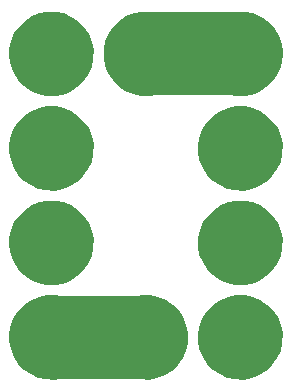
<source format=gbs>
%TF.GenerationSoftware,KiCad,Pcbnew,4.0.5-e0-6337~49~ubuntu16.04.1*%
%TF.CreationDate,2017-04-21T18:18:13-07:00*%
%TF.ProjectId,3x4-555-Timer-8SOIC-Breakout,3378342D3535352D54696D65722D3853,1.0*%
%TF.FileFunction,Soldermask,Bot*%
%FSLAX46Y46*%
G04 Gerber Fmt 4.6, Leading zero omitted, Abs format (unit mm)*
G04 Created by KiCad (PCBNEW 4.0.5-e0-6337~49~ubuntu16.04.1) date Fri Apr 21 18:18:13 2017*
%MOMM*%
%LPD*%
G01*
G04 APERTURE LIST*
%ADD10C,0.350000*%
%ADD11C,7.000000*%
G04 APERTURE END LIST*
D10*
D11*
X18531300Y-88709500D02*
X26531300Y-88709500D01*
X26608500Y-64630300D02*
X34608500Y-64630300D01*
D10*
G36*
X26906927Y-85135679D02*
X27593925Y-85276700D01*
X28240461Y-85548479D01*
X28821889Y-85940657D01*
X29316069Y-86438299D01*
X29704177Y-87022449D01*
X29971433Y-87670860D01*
X30107586Y-88358486D01*
X30107586Y-88358491D01*
X30107654Y-88358835D01*
X30096468Y-89159885D01*
X30096392Y-89160219D01*
X30096392Y-89160232D01*
X29941091Y-89843790D01*
X29655837Y-90484482D01*
X29251566Y-91057570D01*
X28743683Y-91541222D01*
X28151530Y-91917014D01*
X27497665Y-92170631D01*
X26806992Y-92292416D01*
X26105815Y-92277727D01*
X25420844Y-92127127D01*
X24778171Y-91846350D01*
X24202279Y-91446094D01*
X23715094Y-90941600D01*
X23335178Y-90352084D01*
X23076999Y-89700000D01*
X22950397Y-89010199D01*
X22960188Y-88308937D01*
X23106004Y-87622931D01*
X23382285Y-86978316D01*
X23778515Y-86399638D01*
X24279594Y-85908945D01*
X24866443Y-85524922D01*
X25516705Y-85262198D01*
X26205609Y-85130784D01*
X26906927Y-85135679D01*
X26906927Y-85135679D01*
G37*
G36*
X34906927Y-85135679D02*
X35593925Y-85276700D01*
X36240461Y-85548479D01*
X36821889Y-85940657D01*
X37316069Y-86438299D01*
X37704177Y-87022449D01*
X37971433Y-87670860D01*
X38107586Y-88358486D01*
X38107586Y-88358491D01*
X38107654Y-88358835D01*
X38096468Y-89159885D01*
X38096392Y-89160219D01*
X38096392Y-89160232D01*
X37941091Y-89843790D01*
X37655837Y-90484482D01*
X37251566Y-91057570D01*
X36743683Y-91541222D01*
X36151530Y-91917014D01*
X35497665Y-92170631D01*
X34806992Y-92292416D01*
X34105815Y-92277727D01*
X33420844Y-92127127D01*
X32778171Y-91846350D01*
X32202279Y-91446094D01*
X31715094Y-90941600D01*
X31335178Y-90352084D01*
X31076999Y-89700000D01*
X30950397Y-89010199D01*
X30960188Y-88308937D01*
X31106004Y-87622931D01*
X31382285Y-86978316D01*
X31778515Y-86399638D01*
X32279594Y-85908945D01*
X32866443Y-85524922D01*
X33516705Y-85262198D01*
X34205609Y-85130784D01*
X34906927Y-85135679D01*
X34906927Y-85135679D01*
G37*
G36*
X18906927Y-85135679D02*
X19593925Y-85276700D01*
X20240461Y-85548479D01*
X20821889Y-85940657D01*
X21316069Y-86438299D01*
X21704177Y-87022449D01*
X21971433Y-87670860D01*
X22107586Y-88358486D01*
X22107586Y-88358491D01*
X22107654Y-88358835D01*
X22096468Y-89159885D01*
X22096392Y-89160219D01*
X22096392Y-89160232D01*
X21941091Y-89843790D01*
X21655837Y-90484482D01*
X21251566Y-91057570D01*
X20743683Y-91541222D01*
X20151530Y-91917014D01*
X19497665Y-92170631D01*
X18806992Y-92292416D01*
X18105815Y-92277727D01*
X17420844Y-92127127D01*
X16778171Y-91846350D01*
X16202279Y-91446094D01*
X15715094Y-90941600D01*
X15335178Y-90352084D01*
X15076999Y-89700000D01*
X14950397Y-89010199D01*
X14960188Y-88308937D01*
X15106004Y-87622931D01*
X15382285Y-86978316D01*
X15778515Y-86399638D01*
X16279594Y-85908945D01*
X16866443Y-85524922D01*
X17516705Y-85262198D01*
X18205609Y-85130784D01*
X18906927Y-85135679D01*
X18906927Y-85135679D01*
G37*
G36*
X34906927Y-77135679D02*
X35593925Y-77276700D01*
X36240461Y-77548479D01*
X36821889Y-77940657D01*
X37316069Y-78438299D01*
X37704177Y-79022449D01*
X37971433Y-79670860D01*
X38107586Y-80358486D01*
X38107586Y-80358491D01*
X38107654Y-80358835D01*
X38096468Y-81159885D01*
X38096392Y-81160219D01*
X38096392Y-81160232D01*
X37941091Y-81843790D01*
X37655837Y-82484482D01*
X37251566Y-83057570D01*
X36743683Y-83541222D01*
X36151530Y-83917014D01*
X35497665Y-84170631D01*
X34806992Y-84292416D01*
X34105815Y-84277727D01*
X33420844Y-84127127D01*
X32778171Y-83846350D01*
X32202279Y-83446094D01*
X31715094Y-82941600D01*
X31335178Y-82352084D01*
X31076999Y-81700000D01*
X30950397Y-81010199D01*
X30960188Y-80308937D01*
X31106004Y-79622931D01*
X31382285Y-78978316D01*
X31778515Y-78399638D01*
X32279594Y-77908945D01*
X32866443Y-77524922D01*
X33516705Y-77262198D01*
X34205609Y-77130784D01*
X34906927Y-77135679D01*
X34906927Y-77135679D01*
G37*
G36*
X18906927Y-77135679D02*
X19593925Y-77276700D01*
X20240461Y-77548479D01*
X20821889Y-77940657D01*
X21316069Y-78438299D01*
X21704177Y-79022449D01*
X21971433Y-79670860D01*
X22107586Y-80358486D01*
X22107586Y-80358491D01*
X22107654Y-80358835D01*
X22096468Y-81159885D01*
X22096392Y-81160219D01*
X22096392Y-81160232D01*
X21941091Y-81843790D01*
X21655837Y-82484482D01*
X21251566Y-83057570D01*
X20743683Y-83541222D01*
X20151530Y-83917014D01*
X19497665Y-84170631D01*
X18806992Y-84292416D01*
X18105815Y-84277727D01*
X17420844Y-84127127D01*
X16778171Y-83846350D01*
X16202279Y-83446094D01*
X15715094Y-82941600D01*
X15335178Y-82352084D01*
X15076999Y-81700000D01*
X14950397Y-81010199D01*
X14960188Y-80308937D01*
X15106004Y-79622931D01*
X15382285Y-78978316D01*
X15778515Y-78399638D01*
X16279594Y-77908945D01*
X16866443Y-77524922D01*
X17516705Y-77262198D01*
X18205609Y-77130784D01*
X18906927Y-77135679D01*
X18906927Y-77135679D01*
G37*
G36*
X34906927Y-69135679D02*
X35593925Y-69276700D01*
X36240461Y-69548479D01*
X36821889Y-69940657D01*
X37316069Y-70438299D01*
X37704177Y-71022449D01*
X37971433Y-71670860D01*
X38107586Y-72358486D01*
X38107586Y-72358491D01*
X38107654Y-72358835D01*
X38096468Y-73159885D01*
X38096392Y-73160219D01*
X38096392Y-73160232D01*
X37941091Y-73843790D01*
X37655837Y-74484482D01*
X37251566Y-75057570D01*
X36743683Y-75541222D01*
X36151530Y-75917014D01*
X35497665Y-76170631D01*
X34806992Y-76292416D01*
X34105815Y-76277727D01*
X33420844Y-76127127D01*
X32778171Y-75846350D01*
X32202279Y-75446094D01*
X31715094Y-74941600D01*
X31335178Y-74352084D01*
X31076999Y-73700000D01*
X30950397Y-73010199D01*
X30960188Y-72308937D01*
X31106004Y-71622931D01*
X31382285Y-70978316D01*
X31778515Y-70399638D01*
X32279594Y-69908945D01*
X32866443Y-69524922D01*
X33516705Y-69262198D01*
X34205609Y-69130784D01*
X34906927Y-69135679D01*
X34906927Y-69135679D01*
G37*
G36*
X18906927Y-69135679D02*
X19593925Y-69276700D01*
X20240461Y-69548479D01*
X20821889Y-69940657D01*
X21316069Y-70438299D01*
X21704177Y-71022449D01*
X21971433Y-71670860D01*
X22107586Y-72358486D01*
X22107586Y-72358491D01*
X22107654Y-72358835D01*
X22096468Y-73159885D01*
X22096392Y-73160219D01*
X22096392Y-73160232D01*
X21941091Y-73843790D01*
X21655837Y-74484482D01*
X21251566Y-75057570D01*
X20743683Y-75541222D01*
X20151530Y-75917014D01*
X19497665Y-76170631D01*
X18806992Y-76292416D01*
X18105815Y-76277727D01*
X17420844Y-76127127D01*
X16778171Y-75846350D01*
X16202279Y-75446094D01*
X15715094Y-74941600D01*
X15335178Y-74352084D01*
X15076999Y-73700000D01*
X14950397Y-73010199D01*
X14960188Y-72308937D01*
X15106004Y-71622931D01*
X15382285Y-70978316D01*
X15778515Y-70399638D01*
X16279594Y-69908945D01*
X16866443Y-69524922D01*
X17516705Y-69262198D01*
X18205609Y-69130784D01*
X18906927Y-69135679D01*
X18906927Y-69135679D01*
G37*
G36*
X18906927Y-61135679D02*
X19593925Y-61276700D01*
X20240461Y-61548479D01*
X20821889Y-61940657D01*
X21316069Y-62438299D01*
X21704177Y-63022449D01*
X21971433Y-63670860D01*
X22107586Y-64358486D01*
X22107586Y-64358491D01*
X22107654Y-64358835D01*
X22096468Y-65159885D01*
X22096392Y-65160219D01*
X22096392Y-65160232D01*
X21941091Y-65843790D01*
X21655837Y-66484482D01*
X21251566Y-67057570D01*
X20743683Y-67541222D01*
X20151530Y-67917014D01*
X19497665Y-68170631D01*
X18806992Y-68292416D01*
X18105815Y-68277727D01*
X17420844Y-68127127D01*
X16778171Y-67846350D01*
X16202279Y-67446094D01*
X15715094Y-66941600D01*
X15335178Y-66352084D01*
X15076999Y-65700000D01*
X14950397Y-65010199D01*
X14960188Y-64308937D01*
X15106004Y-63622931D01*
X15382285Y-62978316D01*
X15778515Y-62399638D01*
X16279594Y-61908945D01*
X16866443Y-61524922D01*
X17516705Y-61262198D01*
X18205609Y-61130784D01*
X18906927Y-61135679D01*
X18906927Y-61135679D01*
G37*
G36*
X26906927Y-61135679D02*
X27593925Y-61276700D01*
X28240461Y-61548479D01*
X28821889Y-61940657D01*
X29316069Y-62438299D01*
X29704177Y-63022449D01*
X29971433Y-63670860D01*
X30107586Y-64358486D01*
X30107586Y-64358491D01*
X30107654Y-64358835D01*
X30096468Y-65159885D01*
X30096392Y-65160219D01*
X30096392Y-65160232D01*
X29941091Y-65843790D01*
X29655837Y-66484482D01*
X29251566Y-67057570D01*
X28743683Y-67541222D01*
X28151530Y-67917014D01*
X27497665Y-68170631D01*
X26806992Y-68292416D01*
X26105815Y-68277727D01*
X25420844Y-68127127D01*
X24778171Y-67846350D01*
X24202279Y-67446094D01*
X23715094Y-66941600D01*
X23335178Y-66352084D01*
X23076999Y-65700000D01*
X22950397Y-65010199D01*
X22960188Y-64308937D01*
X23106004Y-63622931D01*
X23382285Y-62978316D01*
X23778515Y-62399638D01*
X24279594Y-61908945D01*
X24866443Y-61524922D01*
X25516705Y-61262198D01*
X26205609Y-61130784D01*
X26906927Y-61135679D01*
X26906927Y-61135679D01*
G37*
G36*
X34906927Y-61135679D02*
X35593925Y-61276700D01*
X36240461Y-61548479D01*
X36821889Y-61940657D01*
X37316069Y-62438299D01*
X37704177Y-63022449D01*
X37971433Y-63670860D01*
X38107586Y-64358486D01*
X38107586Y-64358491D01*
X38107654Y-64358835D01*
X38096468Y-65159885D01*
X38096392Y-65160219D01*
X38096392Y-65160232D01*
X37941091Y-65843790D01*
X37655837Y-66484482D01*
X37251566Y-67057570D01*
X36743683Y-67541222D01*
X36151530Y-67917014D01*
X35497665Y-68170631D01*
X34806992Y-68292416D01*
X34105815Y-68277727D01*
X33420844Y-68127127D01*
X32778171Y-67846350D01*
X32202279Y-67446094D01*
X31715094Y-66941600D01*
X31335178Y-66352084D01*
X31076999Y-65700000D01*
X30950397Y-65010199D01*
X30960188Y-64308937D01*
X31106004Y-63622931D01*
X31382285Y-62978316D01*
X31778515Y-62399638D01*
X32279594Y-61908945D01*
X32866443Y-61524922D01*
X33516705Y-61262198D01*
X34205609Y-61130784D01*
X34906927Y-61135679D01*
X34906927Y-61135679D01*
G37*
M02*

</source>
